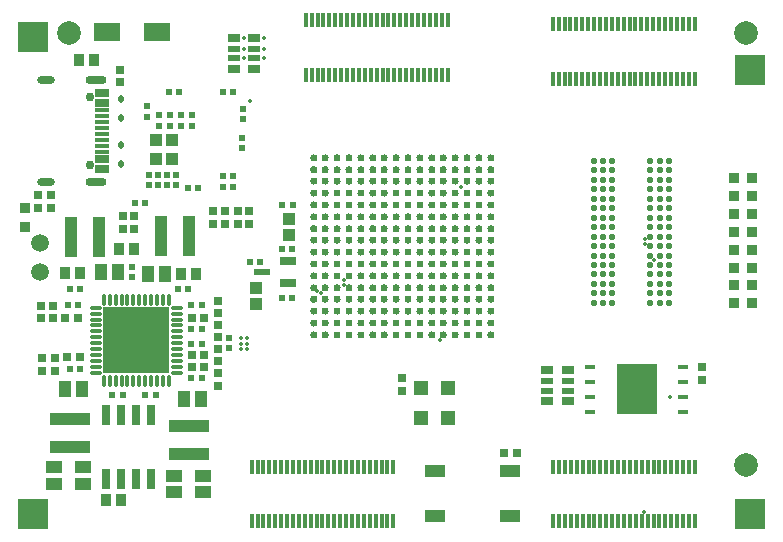
<source format=gts>
G04*
G04 #@! TF.GenerationSoftware,Altium Limited,Altium Designer,21.4.1 (30)*
G04*
G04 Layer_Color=8388736*
%FSLAX25Y25*%
%MOIN*%
G70*
G04*
G04 #@! TF.SameCoordinates,690C2B1C-B9AF-4ECE-B77D-8E73C62371D7*
G04*
G04*
G04 #@! TF.FilePolarity,Negative*
G04*
G01*
G75*
%ADD20C,0.00000*%
%ADD21R,0.01581X0.05124*%
%ADD22R,0.02762X0.06502*%
%ADD23R,0.03353X0.04337*%
%ADD24R,0.13786X0.04258*%
%ADD25R,0.05715X0.04140*%
%ADD26R,0.06699X0.04337*%
%ADD27R,0.03353X0.03943*%
G04:AMPARAMS|DCode=28|XSize=25.26mil|YSize=19.75mil|CornerRadius=5.94mil|HoleSize=0mil|Usage=FLASHONLY|Rotation=90.000|XOffset=0mil|YOffset=0mil|HoleType=Round|Shape=RoundedRectangle|*
%AMROUNDEDRECTD28*
21,1,0.02526,0.00787,0,0,90.0*
21,1,0.01339,0.01975,0,0,90.0*
1,1,0.01187,0.00394,0.00669*
1,1,0.01187,0.00394,-0.00669*
1,1,0.01187,-0.00394,-0.00669*
1,1,0.01187,-0.00394,0.00669*
%
%ADD28ROUNDEDRECTD28*%
%ADD29R,0.03550X0.03550*%
%ADD30R,0.04337X0.03943*%
%ADD31R,0.04258X0.13786*%
%ADD32R,0.08746X0.06306*%
%ADD33R,0.13600X0.17100*%
%ADD34R,0.03400X0.01700*%
%ADD35C,0.02368*%
%ADD36R,0.05600X0.02400*%
%ADD37R,0.05600X0.02600*%
G04:AMPARAMS|DCode=38|XSize=37.86mil|YSize=14.63mil|CornerRadius=3.33mil|HoleSize=0mil|Usage=FLASHONLY|Rotation=0.000|XOffset=0mil|YOffset=0mil|HoleType=Round|Shape=RoundedRectangle|*
%AMROUNDEDRECTD38*
21,1,0.03786,0.00797,0,0,0.0*
21,1,0.03120,0.01463,0,0,0.0*
1,1,0.00666,0.01560,-0.00399*
1,1,0.00666,-0.01560,-0.00399*
1,1,0.00666,-0.01560,0.00399*
1,1,0.00666,0.01560,0.00399*
%
%ADD38ROUNDEDRECTD38*%
G04:AMPARAMS|DCode=39|XSize=37.86mil|YSize=14.63mil|CornerRadius=3.33mil|HoleSize=0mil|Usage=FLASHONLY|Rotation=270.000|XOffset=0mil|YOffset=0mil|HoleType=Round|Shape=RoundedRectangle|*
%AMROUNDEDRECTD39*
21,1,0.03786,0.00797,0,0,270.0*
21,1,0.03120,0.01463,0,0,270.0*
1,1,0.00666,-0.00399,-0.01560*
1,1,0.00666,-0.00399,0.01560*
1,1,0.00666,0.00399,0.01560*
1,1,0.00666,0.00399,-0.01560*
%
%ADD39ROUNDEDRECTD39*%
%ADD40R,0.22447X0.22447*%
%ADD41C,0.01378*%
%ADD42R,0.04888X0.01581*%
%ADD43R,0.04888X0.02762*%
%ADD44R,0.02762X0.02762*%
%ADD45R,0.04731X0.05124*%
%ADD46C,0.02093*%
%ADD47R,0.04061X0.03077*%
%ADD48R,0.04061X0.02290*%
%ADD49R,0.02447X0.02447*%
%ADD50R,0.02762X0.02762*%
%ADD51R,0.03943X0.04337*%
%ADD52R,0.03550X0.03550*%
%ADD53R,0.02447X0.02447*%
%ADD54R,0.04140X0.05715*%
%ADD55R,0.09843X0.09843*%
%ADD56C,0.02959*%
%ADD57O,0.05912X0.02762*%
%ADD58O,0.07093X0.02762*%
%ADD59C,0.07874*%
%ADD60C,0.05906*%
%ADD61C,0.01384*%
D20*
X102845Y126934D02*
G03*
X102845Y126934I-984J0D01*
G01*
X106782D02*
G03*
X106782Y126934I-984J0D01*
G01*
X110719D02*
G03*
X110719Y126934I-984J0D01*
G01*
X114656D02*
G03*
X114656Y126934I-984J0D01*
G01*
X118593D02*
G03*
X118593Y126934I-984J0D01*
G01*
X122530D02*
G03*
X122530Y126934I-984J0D01*
G01*
X126468D02*
G03*
X126468Y126934I-984J0D01*
G01*
X130404D02*
G03*
X130404Y126934I-984J0D01*
G01*
X134342D02*
G03*
X134342Y126934I-984J0D01*
G01*
X138278D02*
G03*
X138278Y126934I-984J0D01*
G01*
X142216D02*
G03*
X142216Y126934I-984J0D01*
G01*
X146152D02*
G03*
X146152Y126934I-984J0D01*
G01*
X150090D02*
G03*
X150090Y126934I-984J0D01*
G01*
X154026D02*
G03*
X154026Y126934I-984J0D01*
G01*
X157964D02*
G03*
X157964Y126934I-984J0D01*
G01*
X161900D02*
G03*
X161900Y126934I-984J0D01*
G01*
X102845Y122996D02*
G03*
X102845Y122996I-984J0D01*
G01*
X106782D02*
G03*
X106782Y122996I-984J0D01*
G01*
X110719D02*
G03*
X110719Y122996I-984J0D01*
G01*
X114656D02*
G03*
X114656Y122996I-984J0D01*
G01*
X118593D02*
G03*
X118593Y122996I-984J0D01*
G01*
X122530D02*
G03*
X122530Y122996I-984J0D01*
G01*
X126468D02*
G03*
X126468Y122996I-984J0D01*
G01*
X130404D02*
G03*
X130404Y122996I-984J0D01*
G01*
X134342D02*
G03*
X134342Y122996I-984J0D01*
G01*
X138278D02*
G03*
X138278Y122996I-984J0D01*
G01*
X142216D02*
G03*
X142216Y122996I-984J0D01*
G01*
X146152D02*
G03*
X146152Y122996I-984J0D01*
G01*
X150090D02*
G03*
X150090Y122996I-984J0D01*
G01*
X154026D02*
G03*
X154026Y122996I-984J0D01*
G01*
X157964D02*
G03*
X157964Y122996I-984J0D01*
G01*
X161900D02*
G03*
X161900Y122996I-984J0D01*
G01*
X102845Y119060D02*
G03*
X102845Y119060I-984J0D01*
G01*
X106782D02*
G03*
X106782Y119060I-984J0D01*
G01*
X110719D02*
G03*
X110719Y119060I-984J0D01*
G01*
X114656D02*
G03*
X114656Y119060I-984J0D01*
G01*
X118593D02*
G03*
X118593Y119060I-984J0D01*
G01*
X122530D02*
G03*
X122530Y119060I-984J0D01*
G01*
X126468D02*
G03*
X126468Y119060I-984J0D01*
G01*
X130404D02*
G03*
X130404Y119060I-984J0D01*
G01*
X134342D02*
G03*
X134342Y119060I-984J0D01*
G01*
X138278D02*
G03*
X138278Y119060I-984J0D01*
G01*
X142216D02*
G03*
X142216Y119060I-984J0D01*
G01*
X146152D02*
G03*
X146152Y119060I-984J0D01*
G01*
X150090D02*
G03*
X150090Y119060I-984J0D01*
G01*
X154026D02*
G03*
X154026Y119060I-984J0D01*
G01*
X157964D02*
G03*
X157964Y119060I-984J0D01*
G01*
X161900D02*
G03*
X161900Y119060I-984J0D01*
G01*
X102845Y115122D02*
G03*
X102845Y115122I-984J0D01*
G01*
X106782D02*
G03*
X106782Y115122I-984J0D01*
G01*
X110719D02*
G03*
X110719Y115122I-984J0D01*
G01*
X114656D02*
G03*
X114656Y115122I-984J0D01*
G01*
X118593D02*
G03*
X118593Y115122I-984J0D01*
G01*
X122530D02*
G03*
X122530Y115122I-984J0D01*
G01*
X126468D02*
G03*
X126468Y115122I-984J0D01*
G01*
X130404D02*
G03*
X130404Y115122I-984J0D01*
G01*
X134342D02*
G03*
X134342Y115122I-984J0D01*
G01*
X138278D02*
G03*
X138278Y115122I-984J0D01*
G01*
X142216D02*
G03*
X142216Y115122I-984J0D01*
G01*
X146152D02*
G03*
X146152Y115122I-984J0D01*
G01*
X150090D02*
G03*
X150090Y115122I-984J0D01*
G01*
X154026D02*
G03*
X154026Y115122I-984J0D01*
G01*
X157964D02*
G03*
X157964Y115122I-984J0D01*
G01*
X161900D02*
G03*
X161900Y115122I-984J0D01*
G01*
X102845Y111185D02*
G03*
X102845Y111185I-984J0D01*
G01*
X106782D02*
G03*
X106782Y111185I-984J0D01*
G01*
X110719D02*
G03*
X110719Y111185I-984J0D01*
G01*
X114656D02*
G03*
X114656Y111185I-984J0D01*
G01*
X118593D02*
G03*
X118593Y111185I-984J0D01*
G01*
X122530D02*
G03*
X122530Y111185I-984J0D01*
G01*
X126468D02*
G03*
X126468Y111185I-984J0D01*
G01*
X130404D02*
G03*
X130404Y111185I-984J0D01*
G01*
X134342D02*
G03*
X134342Y111185I-984J0D01*
G01*
X138278D02*
G03*
X138278Y111185I-984J0D01*
G01*
X142216D02*
G03*
X142216Y111185I-984J0D01*
G01*
X146152D02*
G03*
X146152Y111185I-984J0D01*
G01*
X150090D02*
G03*
X150090Y111185I-984J0D01*
G01*
X154026D02*
G03*
X154026Y111185I-984J0D01*
G01*
X157964D02*
G03*
X157964Y111185I-984J0D01*
G01*
X161900D02*
G03*
X161900Y111185I-984J0D01*
G01*
X102845Y107248D02*
G03*
X102845Y107248I-984J0D01*
G01*
X106782D02*
G03*
X106782Y107248I-984J0D01*
G01*
X110719D02*
G03*
X110719Y107248I-984J0D01*
G01*
X114656D02*
G03*
X114656Y107248I-984J0D01*
G01*
X118593D02*
G03*
X118593Y107248I-984J0D01*
G01*
X122530D02*
G03*
X122530Y107248I-984J0D01*
G01*
X126468D02*
G03*
X126468Y107248I-984J0D01*
G01*
X130404D02*
G03*
X130404Y107248I-984J0D01*
G01*
X134342D02*
G03*
X134342Y107248I-984J0D01*
G01*
X138278D02*
G03*
X138278Y107248I-984J0D01*
G01*
X142216D02*
G03*
X142216Y107248I-984J0D01*
G01*
X146152D02*
G03*
X146152Y107248I-984J0D01*
G01*
X150090D02*
G03*
X150090Y107248I-984J0D01*
G01*
X154026D02*
G03*
X154026Y107248I-984J0D01*
G01*
X157964D02*
G03*
X157964Y107248I-984J0D01*
G01*
X161900D02*
G03*
X161900Y107248I-984J0D01*
G01*
X102845Y103311D02*
G03*
X102845Y103311I-984J0D01*
G01*
X106782D02*
G03*
X106782Y103311I-984J0D01*
G01*
X110719D02*
G03*
X110719Y103311I-984J0D01*
G01*
X114656D02*
G03*
X114656Y103311I-984J0D01*
G01*
X118593D02*
G03*
X118593Y103311I-984J0D01*
G01*
X122530D02*
G03*
X122530Y103311I-984J0D01*
G01*
X126468D02*
G03*
X126468Y103311I-984J0D01*
G01*
X130404D02*
G03*
X130404Y103311I-984J0D01*
G01*
X134342D02*
G03*
X134342Y103311I-984J0D01*
G01*
X138278D02*
G03*
X138278Y103311I-984J0D01*
G01*
X142216D02*
G03*
X142216Y103311I-984J0D01*
G01*
X146152D02*
G03*
X146152Y103311I-984J0D01*
G01*
X150090D02*
G03*
X150090Y103311I-984J0D01*
G01*
X154026D02*
G03*
X154026Y103311I-984J0D01*
G01*
X157964D02*
G03*
X157964Y103311I-984J0D01*
G01*
X161900D02*
G03*
X161900Y103311I-984J0D01*
G01*
X102845Y99374D02*
G03*
X102845Y99374I-984J0D01*
G01*
X106782D02*
G03*
X106782Y99374I-984J0D01*
G01*
X110719D02*
G03*
X110719Y99374I-984J0D01*
G01*
X114656D02*
G03*
X114656Y99374I-984J0D01*
G01*
X118593D02*
G03*
X118593Y99374I-984J0D01*
G01*
X122530D02*
G03*
X122530Y99374I-984J0D01*
G01*
X126468D02*
G03*
X126468Y99374I-984J0D01*
G01*
X130404D02*
G03*
X130404Y99374I-984J0D01*
G01*
X134342D02*
G03*
X134342Y99374I-984J0D01*
G01*
X138278D02*
G03*
X138278Y99374I-984J0D01*
G01*
X142216D02*
G03*
X142216Y99374I-984J0D01*
G01*
X146152D02*
G03*
X146152Y99374I-984J0D01*
G01*
X150090D02*
G03*
X150090Y99374I-984J0D01*
G01*
X154026D02*
G03*
X154026Y99374I-984J0D01*
G01*
X157964D02*
G03*
X157964Y99374I-984J0D01*
G01*
X161900D02*
G03*
X161900Y99374I-984J0D01*
G01*
X102845Y95437D02*
G03*
X102845Y95437I-984J0D01*
G01*
X106782D02*
G03*
X106782Y95437I-984J0D01*
G01*
X110719D02*
G03*
X110719Y95437I-984J0D01*
G01*
X114656D02*
G03*
X114656Y95437I-984J0D01*
G01*
X118593D02*
G03*
X118593Y95437I-984J0D01*
G01*
X122530D02*
G03*
X122530Y95437I-984J0D01*
G01*
X126468D02*
G03*
X126468Y95437I-984J0D01*
G01*
X130404D02*
G03*
X130404Y95437I-984J0D01*
G01*
X134342D02*
G03*
X134342Y95437I-984J0D01*
G01*
X138278D02*
G03*
X138278Y95437I-984J0D01*
G01*
X142216D02*
G03*
X142216Y95437I-984J0D01*
G01*
X146152D02*
G03*
X146152Y95437I-984J0D01*
G01*
X150090D02*
G03*
X150090Y95437I-984J0D01*
G01*
X154026D02*
G03*
X154026Y95437I-984J0D01*
G01*
X157964D02*
G03*
X157964Y95437I-984J0D01*
G01*
X161900D02*
G03*
X161900Y95437I-984J0D01*
G01*
X102845Y91500D02*
G03*
X102845Y91500I-984J0D01*
G01*
X106782D02*
G03*
X106782Y91500I-984J0D01*
G01*
X110719D02*
G03*
X110719Y91500I-984J0D01*
G01*
X114656D02*
G03*
X114656Y91500I-984J0D01*
G01*
X118593D02*
G03*
X118593Y91500I-984J0D01*
G01*
X122530D02*
G03*
X122530Y91500I-984J0D01*
G01*
X126468D02*
G03*
X126468Y91500I-984J0D01*
G01*
X130404D02*
G03*
X130404Y91500I-984J0D01*
G01*
X134342D02*
G03*
X134342Y91500I-984J0D01*
G01*
X138278D02*
G03*
X138278Y91500I-984J0D01*
G01*
X142216D02*
G03*
X142216Y91500I-984J0D01*
G01*
X146152D02*
G03*
X146152Y91500I-984J0D01*
G01*
X150090D02*
G03*
X150090Y91500I-984J0D01*
G01*
X154026D02*
G03*
X154026Y91500I-984J0D01*
G01*
X157964D02*
G03*
X157964Y91500I-984J0D01*
G01*
X161900D02*
G03*
X161900Y91500I-984J0D01*
G01*
X102845Y87563D02*
G03*
X102845Y87563I-984J0D01*
G01*
X106782D02*
G03*
X106782Y87563I-984J0D01*
G01*
X110719D02*
G03*
X110719Y87563I-984J0D01*
G01*
X114656D02*
G03*
X114656Y87563I-984J0D01*
G01*
X118593D02*
G03*
X118593Y87563I-984J0D01*
G01*
X122530D02*
G03*
X122530Y87563I-984J0D01*
G01*
X126468D02*
G03*
X126468Y87563I-984J0D01*
G01*
X130404D02*
G03*
X130404Y87563I-984J0D01*
G01*
X134342D02*
G03*
X134342Y87563I-984J0D01*
G01*
X138278D02*
G03*
X138278Y87563I-984J0D01*
G01*
X142216D02*
G03*
X142216Y87563I-984J0D01*
G01*
X146152D02*
G03*
X146152Y87563I-984J0D01*
G01*
X150090D02*
G03*
X150090Y87563I-984J0D01*
G01*
X154026D02*
G03*
X154026Y87563I-984J0D01*
G01*
X157964D02*
G03*
X157964Y87563I-984J0D01*
G01*
X161900D02*
G03*
X161900Y87563I-984J0D01*
G01*
X102845Y83626D02*
G03*
X102845Y83626I-984J0D01*
G01*
X106782D02*
G03*
X106782Y83626I-984J0D01*
G01*
X110719D02*
G03*
X110719Y83626I-984J0D01*
G01*
X114656D02*
G03*
X114656Y83626I-984J0D01*
G01*
X118593D02*
G03*
X118593Y83626I-984J0D01*
G01*
X122530D02*
G03*
X122530Y83626I-984J0D01*
G01*
X126468D02*
G03*
X126468Y83626I-984J0D01*
G01*
X130404D02*
G03*
X130404Y83626I-984J0D01*
G01*
X134342D02*
G03*
X134342Y83626I-984J0D01*
G01*
X138278D02*
G03*
X138278Y83626I-984J0D01*
G01*
X142216D02*
G03*
X142216Y83626I-984J0D01*
G01*
X146152D02*
G03*
X146152Y83626I-984J0D01*
G01*
X150090D02*
G03*
X150090Y83626I-984J0D01*
G01*
X154026D02*
G03*
X154026Y83626I-984J0D01*
G01*
X157964D02*
G03*
X157964Y83626I-984J0D01*
G01*
X161900D02*
G03*
X161900Y83626I-984J0D01*
G01*
X102845Y79689D02*
G03*
X102845Y79689I-984J0D01*
G01*
X106782D02*
G03*
X106782Y79689I-984J0D01*
G01*
X110719D02*
G03*
X110719Y79689I-984J0D01*
G01*
X114656D02*
G03*
X114656Y79689I-984J0D01*
G01*
X118593D02*
G03*
X118593Y79689I-984J0D01*
G01*
X122530D02*
G03*
X122530Y79689I-984J0D01*
G01*
X126468D02*
G03*
X126468Y79689I-984J0D01*
G01*
X130404D02*
G03*
X130404Y79689I-984J0D01*
G01*
X134342D02*
G03*
X134342Y79689I-984J0D01*
G01*
X138278D02*
G03*
X138278Y79689I-984J0D01*
G01*
X142216D02*
G03*
X142216Y79689I-984J0D01*
G01*
X146152D02*
G03*
X146152Y79689I-984J0D01*
G01*
X150090D02*
G03*
X150090Y79689I-984J0D01*
G01*
X154026D02*
G03*
X154026Y79689I-984J0D01*
G01*
X157964D02*
G03*
X157964Y79689I-984J0D01*
G01*
X161900D02*
G03*
X161900Y79689I-984J0D01*
G01*
X102845Y75752D02*
G03*
X102845Y75752I-984J0D01*
G01*
X106782D02*
G03*
X106782Y75752I-984J0D01*
G01*
X110719D02*
G03*
X110719Y75752I-984J0D01*
G01*
X114656D02*
G03*
X114656Y75752I-984J0D01*
G01*
X118593D02*
G03*
X118593Y75752I-984J0D01*
G01*
X122530D02*
G03*
X122530Y75752I-984J0D01*
G01*
X126468D02*
G03*
X126468Y75752I-984J0D01*
G01*
X130404D02*
G03*
X130404Y75752I-984J0D01*
G01*
X134342D02*
G03*
X134342Y75752I-984J0D01*
G01*
X138278D02*
G03*
X138278Y75752I-984J0D01*
G01*
X142216D02*
G03*
X142216Y75752I-984J0D01*
G01*
X146152D02*
G03*
X146152Y75752I-984J0D01*
G01*
X150090D02*
G03*
X150090Y75752I-984J0D01*
G01*
X154026D02*
G03*
X154026Y75752I-984J0D01*
G01*
X157964D02*
G03*
X157964Y75752I-984J0D01*
G01*
X161900D02*
G03*
X161900Y75752I-984J0D01*
G01*
X102845Y71815D02*
G03*
X102845Y71815I-984J0D01*
G01*
X106782D02*
G03*
X106782Y71815I-984J0D01*
G01*
X110719D02*
G03*
X110719Y71815I-984J0D01*
G01*
X114656D02*
G03*
X114656Y71815I-984J0D01*
G01*
X118593D02*
G03*
X118593Y71815I-984J0D01*
G01*
X122530D02*
G03*
X122530Y71815I-984J0D01*
G01*
X126468D02*
G03*
X126468Y71815I-984J0D01*
G01*
X130404D02*
G03*
X130404Y71815I-984J0D01*
G01*
X134342D02*
G03*
X134342Y71815I-984J0D01*
G01*
X138278D02*
G03*
X138278Y71815I-984J0D01*
G01*
X142216D02*
G03*
X142216Y71815I-984J0D01*
G01*
X146152D02*
G03*
X146152Y71815I-984J0D01*
G01*
X150090D02*
G03*
X150090Y71815I-984J0D01*
G01*
X154026D02*
G03*
X154026Y71815I-984J0D01*
G01*
X157964D02*
G03*
X157964Y71815I-984J0D01*
G01*
X161900D02*
G03*
X161900Y71815I-984J0D01*
G01*
X102845Y67878D02*
G03*
X102845Y67878I-984J0D01*
G01*
X106782D02*
G03*
X106782Y67878I-984J0D01*
G01*
X110719D02*
G03*
X110719Y67878I-984J0D01*
G01*
X114656D02*
G03*
X114656Y67878I-984J0D01*
G01*
X118593D02*
G03*
X118593Y67878I-984J0D01*
G01*
X122530D02*
G03*
X122530Y67878I-984J0D01*
G01*
X126468D02*
G03*
X126468Y67878I-984J0D01*
G01*
X130404D02*
G03*
X130404Y67878I-984J0D01*
G01*
X134342D02*
G03*
X134342Y67878I-984J0D01*
G01*
X138278D02*
G03*
X138278Y67878I-984J0D01*
G01*
X142216D02*
G03*
X142216Y67878I-984J0D01*
G01*
X146152D02*
G03*
X146152Y67878I-984J0D01*
G01*
X150090D02*
G03*
X150090Y67878I-984J0D01*
G01*
X154026D02*
G03*
X154026Y67878I-984J0D01*
G01*
X157964D02*
G03*
X157964Y67878I-984J0D01*
G01*
X161900D02*
G03*
X161900Y67878I-984J0D01*
G01*
D21*
X108785Y5745D02*
D03*
X106816D02*
D03*
X102879D02*
D03*
X100911D02*
D03*
X102879Y23855D02*
D03*
X100911D02*
D03*
X96974Y5745D02*
D03*
X95005D02*
D03*
X96974Y23855D02*
D03*
X95005D02*
D03*
X91068Y5745D02*
D03*
X89100D02*
D03*
X91068Y23855D02*
D03*
X89100D02*
D03*
X124533Y5745D02*
D03*
X83194D02*
D03*
X85163D02*
D03*
X126501D02*
D03*
X83194Y23855D02*
D03*
X85163D02*
D03*
X124533D02*
D03*
X112722Y5745D02*
D03*
X114690D02*
D03*
X118627D02*
D03*
X126501Y23855D02*
D03*
X112722D02*
D03*
X114690D02*
D03*
X120596Y5745D02*
D03*
X118627Y23855D02*
D03*
X120596D02*
D03*
X106816D02*
D03*
X108785D02*
D03*
X81226D02*
D03*
Y5745D02*
D03*
X93037D02*
D03*
X104848D02*
D03*
Y23855D02*
D03*
X116659Y5745D02*
D03*
Y23855D02*
D03*
X93037D02*
D03*
X128470Y5745D02*
D03*
Y23855D02*
D03*
X87131Y5745D02*
D03*
X110753D02*
D03*
X98942D02*
D03*
X87131Y23855D02*
D03*
X98942D02*
D03*
X110753D02*
D03*
X122564D02*
D03*
Y5745D02*
D03*
X228975Y23810D02*
D03*
X228859Y171400D02*
D03*
Y153290D02*
D03*
X215079Y171400D02*
D03*
X203268D02*
D03*
X201300D02*
D03*
X195394D02*
D03*
X207205D02*
D03*
X189489D02*
D03*
X203268Y153290D02*
D03*
X191457D02*
D03*
X195394D02*
D03*
X201300D02*
D03*
X213111D02*
D03*
X215079D02*
D03*
X209174D02*
D03*
X213111Y171400D02*
D03*
X220985D02*
D03*
X226890D02*
D03*
X220985Y153290D02*
D03*
X226890D02*
D03*
X209174Y171400D02*
D03*
X217048Y153290D02*
D03*
X193426D02*
D03*
X205237D02*
D03*
X181615D02*
D03*
Y171400D02*
D03*
X193426D02*
D03*
X205237D02*
D03*
X217048D02*
D03*
X197363D02*
D03*
X207205Y153290D02*
D03*
X189489D02*
D03*
X197363D02*
D03*
X183583Y171400D02*
D03*
X187520Y153290D02*
D03*
Y171400D02*
D03*
X199331Y153290D02*
D03*
X211142D02*
D03*
X199331Y171400D02*
D03*
X211142D02*
D03*
X222953Y153290D02*
D03*
Y171400D02*
D03*
X219016D02*
D03*
X224922D02*
D03*
X219016Y153290D02*
D03*
X224922D02*
D03*
X191457Y171400D02*
D03*
X185552D02*
D03*
X183583Y153290D02*
D03*
X185552D02*
D03*
X140622Y172700D02*
D03*
X128811D02*
D03*
X140622Y154590D02*
D03*
X128811D02*
D03*
X223070Y23810D02*
D03*
X211259D02*
D03*
X223070Y5700D02*
D03*
X211259D02*
D03*
X199448Y23810D02*
D03*
X187637D02*
D03*
Y5700D02*
D03*
X199448D02*
D03*
X117000Y172700D02*
D03*
X105189D02*
D03*
X117000Y154590D02*
D03*
X105189D02*
D03*
X134716D02*
D03*
Y172700D02*
D03*
X217164Y23810D02*
D03*
X205353D02*
D03*
X193542D02*
D03*
X228975Y5700D02*
D03*
X217164D02*
D03*
X205353D02*
D03*
X193542D02*
D03*
X122905Y172700D02*
D03*
Y154590D02*
D03*
X111094Y172700D02*
D03*
X99283D02*
D03*
X111094Y154590D02*
D03*
X99283D02*
D03*
X181731Y5700D02*
D03*
Y23810D02*
D03*
X146527Y154590D02*
D03*
Y172700D02*
D03*
X124874D02*
D03*
X136685D02*
D03*
Y154590D02*
D03*
X138653D02*
D03*
X142590D02*
D03*
X118968D02*
D03*
X126842Y172700D02*
D03*
X138653D02*
D03*
X142590D02*
D03*
X144559D02*
D03*
Y154590D02*
D03*
X120937D02*
D03*
X124874D02*
D03*
X126842D02*
D03*
X113063Y172700D02*
D03*
X130779Y154590D02*
D03*
X132748D02*
D03*
X118968Y172700D02*
D03*
X113063Y154590D02*
D03*
X115031Y172700D02*
D03*
X130779D02*
D03*
X132748D02*
D03*
X101252Y154590D02*
D03*
X120937Y172700D02*
D03*
X115031Y154590D02*
D03*
X107157D02*
D03*
X103220D02*
D03*
X107157Y172700D02*
D03*
X109126D02*
D03*
Y154590D02*
D03*
X101252Y172700D02*
D03*
X103220D02*
D03*
X225038Y5700D02*
D03*
X213227Y23810D02*
D03*
X225038D02*
D03*
X183700Y5700D02*
D03*
X215196Y23810D02*
D03*
X207322Y5700D02*
D03*
X195511Y23810D02*
D03*
X197479D02*
D03*
X189605Y5700D02*
D03*
X213227D02*
D03*
X209290D02*
D03*
X195511D02*
D03*
X197479D02*
D03*
X191574D02*
D03*
X185668D02*
D03*
X227007D02*
D03*
X215196D02*
D03*
X207322Y23810D02*
D03*
X209290D02*
D03*
X201416D02*
D03*
Y5700D02*
D03*
X183700Y23810D02*
D03*
X185668D02*
D03*
X227007D02*
D03*
X219133D02*
D03*
X221101D02*
D03*
X219133Y5700D02*
D03*
X221101D02*
D03*
X203385Y23810D02*
D03*
Y5700D02*
D03*
X189605Y23810D02*
D03*
X191574D02*
D03*
D22*
X47600Y41200D02*
D03*
X42600D02*
D03*
X37600D02*
D03*
X32600D02*
D03*
X47600Y19940D02*
D03*
X42600D02*
D03*
X37600D02*
D03*
X32600D02*
D03*
D23*
X32739Y12900D02*
D03*
X37660D02*
D03*
X28760Y159600D02*
D03*
X23839D02*
D03*
D24*
X20600Y30400D02*
D03*
Y39731D02*
D03*
X60300Y28035D02*
D03*
Y37365D02*
D03*
D25*
X24900Y18244D02*
D03*
Y23756D02*
D03*
X15400Y23800D02*
D03*
Y18288D02*
D03*
X55200Y20956D02*
D03*
Y15444D02*
D03*
X65100Y20956D02*
D03*
Y15444D02*
D03*
D26*
X167498Y7420D02*
D03*
X142301D02*
D03*
X167498Y22380D02*
D03*
X142301D02*
D03*
D27*
X37139Y96600D02*
D03*
X42060D02*
D03*
X19039Y88400D02*
D03*
X23960D02*
D03*
X62721Y88200D02*
D03*
X57800D02*
D03*
D28*
X37700Y140300D02*
D03*
Y146442D02*
D03*
Y124958D02*
D03*
Y131100D02*
D03*
D29*
X241865Y120032D02*
D03*
X248164D02*
D03*
Y114089D02*
D03*
X241865D02*
D03*
X248164Y108146D02*
D03*
X241865D02*
D03*
X248164Y102203D02*
D03*
X241865D02*
D03*
X248164Y96260D02*
D03*
X241865D02*
D03*
X248164Y90318D02*
D03*
X241865D02*
D03*
X248164Y84375D02*
D03*
X241865D02*
D03*
X248164Y78432D02*
D03*
X241865D02*
D03*
D30*
X82700Y83557D02*
D03*
Y78242D02*
D03*
X93700Y106357D02*
D03*
Y101042D02*
D03*
D31*
X60365Y100800D02*
D03*
X51034D02*
D03*
X30500Y100626D02*
D03*
X21169D02*
D03*
D32*
X32900Y168900D02*
D03*
X49553D02*
D03*
D33*
X209550Y49800D02*
D03*
D34*
X225000Y57300D02*
D03*
Y52300D02*
D03*
Y47300D02*
D03*
Y42300D02*
D03*
X194100D02*
D03*
Y47300D02*
D03*
Y52300D02*
D03*
Y57300D02*
D03*
D35*
X101861Y126934D02*
D03*
X105798D02*
D03*
X109735D02*
D03*
X113672D02*
D03*
X117609D02*
D03*
X121546D02*
D03*
X125483D02*
D03*
X129420D02*
D03*
X133357D02*
D03*
X137294D02*
D03*
X141231D02*
D03*
X145168D02*
D03*
X149105D02*
D03*
X153042D02*
D03*
X156979D02*
D03*
X160916D02*
D03*
X101861Y122996D02*
D03*
X105798D02*
D03*
X109735D02*
D03*
X113672D02*
D03*
X117609D02*
D03*
X121546D02*
D03*
X125483D02*
D03*
X129420D02*
D03*
X133357D02*
D03*
X137294D02*
D03*
X141231D02*
D03*
X145168D02*
D03*
X149105D02*
D03*
X153042D02*
D03*
X156979D02*
D03*
X160916D02*
D03*
X101861Y119060D02*
D03*
X105798D02*
D03*
X109735D02*
D03*
X113672D02*
D03*
X117609D02*
D03*
X121546D02*
D03*
X125483D02*
D03*
X129420D02*
D03*
X133357D02*
D03*
X137294D02*
D03*
X141231D02*
D03*
X145168D02*
D03*
X149105D02*
D03*
X153042D02*
D03*
X156979D02*
D03*
X160916D02*
D03*
X101861Y115122D02*
D03*
X105798D02*
D03*
X109735D02*
D03*
X113672D02*
D03*
X117609D02*
D03*
X121546D02*
D03*
X125483D02*
D03*
X129420D02*
D03*
X133357D02*
D03*
X137294D02*
D03*
X141231D02*
D03*
X145168D02*
D03*
X149105D02*
D03*
X153042D02*
D03*
X156979D02*
D03*
X160916D02*
D03*
X101861Y111185D02*
D03*
X105798D02*
D03*
X109735D02*
D03*
X113672D02*
D03*
X117609D02*
D03*
X121546D02*
D03*
X125483D02*
D03*
X129420D02*
D03*
X133357D02*
D03*
X137294D02*
D03*
X141231D02*
D03*
X145168D02*
D03*
X149105D02*
D03*
X153042D02*
D03*
X156979D02*
D03*
X160916D02*
D03*
X101861Y107248D02*
D03*
X105798D02*
D03*
X109735D02*
D03*
X113672D02*
D03*
X117609D02*
D03*
X121546D02*
D03*
X125483D02*
D03*
X129420D02*
D03*
X133357D02*
D03*
X137294D02*
D03*
X141231D02*
D03*
X145168D02*
D03*
X149105D02*
D03*
X153042D02*
D03*
X156979D02*
D03*
X160916D02*
D03*
X101861Y103311D02*
D03*
X105798D02*
D03*
X109735D02*
D03*
X113672D02*
D03*
X117609D02*
D03*
X121546D02*
D03*
X125483D02*
D03*
X129420D02*
D03*
X133357D02*
D03*
X137294D02*
D03*
X141231D02*
D03*
X145168D02*
D03*
X149105D02*
D03*
X153042D02*
D03*
X156979D02*
D03*
X160916D02*
D03*
X101861Y99374D02*
D03*
X105798D02*
D03*
X109735D02*
D03*
X113672D02*
D03*
X117609D02*
D03*
X121546D02*
D03*
X125483D02*
D03*
X129420D02*
D03*
X133357D02*
D03*
X137294D02*
D03*
X141231D02*
D03*
X145168D02*
D03*
X149105D02*
D03*
X153042D02*
D03*
X156979D02*
D03*
X160916D02*
D03*
X101861Y95437D02*
D03*
X105798D02*
D03*
X109735D02*
D03*
X113672D02*
D03*
X117609D02*
D03*
X121546D02*
D03*
X125483D02*
D03*
X129420D02*
D03*
X133357D02*
D03*
X137294D02*
D03*
X141231D02*
D03*
X145168D02*
D03*
X149105D02*
D03*
X153042D02*
D03*
X156979D02*
D03*
X160916D02*
D03*
X101861Y91500D02*
D03*
X105798D02*
D03*
X109735D02*
D03*
X113672D02*
D03*
X117609D02*
D03*
X121546D02*
D03*
X125483D02*
D03*
X129420D02*
D03*
X133357D02*
D03*
X137294D02*
D03*
X141231D02*
D03*
X145168D02*
D03*
X149105D02*
D03*
X153042D02*
D03*
X156979D02*
D03*
X160916D02*
D03*
X101861Y87563D02*
D03*
X105798D02*
D03*
X109735D02*
D03*
X113672D02*
D03*
X117609D02*
D03*
X121546D02*
D03*
X125483D02*
D03*
X129420D02*
D03*
X133357D02*
D03*
X137294D02*
D03*
X141231D02*
D03*
X145168D02*
D03*
X149105D02*
D03*
X153042D02*
D03*
X156979D02*
D03*
X160916D02*
D03*
X101861Y83626D02*
D03*
X105798D02*
D03*
X109735D02*
D03*
X113672D02*
D03*
X117609D02*
D03*
X121546D02*
D03*
X125483D02*
D03*
X129420D02*
D03*
X133357D02*
D03*
X137294D02*
D03*
X141231D02*
D03*
X145168D02*
D03*
X149105D02*
D03*
X153042D02*
D03*
X156979D02*
D03*
X160916D02*
D03*
X101861Y79689D02*
D03*
X105798D02*
D03*
X109735D02*
D03*
X113672D02*
D03*
X117609D02*
D03*
X121546D02*
D03*
X125483D02*
D03*
X129420D02*
D03*
X133357D02*
D03*
X137294D02*
D03*
X141231D02*
D03*
X145168D02*
D03*
X149105D02*
D03*
X153042D02*
D03*
X156979D02*
D03*
X160916D02*
D03*
X101861Y75752D02*
D03*
X105798D02*
D03*
X109735D02*
D03*
X113672D02*
D03*
X117609D02*
D03*
X121546D02*
D03*
X125483D02*
D03*
X129420D02*
D03*
X133357D02*
D03*
X137294D02*
D03*
X141231D02*
D03*
X145168D02*
D03*
X149105D02*
D03*
X153042D02*
D03*
X156979D02*
D03*
X160916D02*
D03*
X101861Y71815D02*
D03*
X105798D02*
D03*
X109735D02*
D03*
X113672D02*
D03*
X117609D02*
D03*
X121546D02*
D03*
X125483D02*
D03*
X129420D02*
D03*
X133357D02*
D03*
X137294D02*
D03*
X141231D02*
D03*
X145168D02*
D03*
X149105D02*
D03*
X153042D02*
D03*
X156979D02*
D03*
X160916D02*
D03*
X101861Y67878D02*
D03*
X105798D02*
D03*
X109735D02*
D03*
X113672D02*
D03*
X117609D02*
D03*
X121546D02*
D03*
X125483D02*
D03*
X129420D02*
D03*
X133357D02*
D03*
X137294D02*
D03*
X141231D02*
D03*
X145168D02*
D03*
X149105D02*
D03*
X153042D02*
D03*
X156979D02*
D03*
X160916D02*
D03*
D36*
X84700Y88700D02*
D03*
D37*
X93300Y92400D02*
D03*
Y85000D02*
D03*
D38*
X29276Y76927D02*
D03*
Y74958D02*
D03*
Y72990D02*
D03*
Y71021D02*
D03*
Y69053D02*
D03*
Y67084D02*
D03*
Y65116D02*
D03*
Y63147D02*
D03*
Y61179D02*
D03*
Y59210D02*
D03*
Y57242D02*
D03*
Y55273D02*
D03*
X56323D02*
D03*
Y57242D02*
D03*
Y59210D02*
D03*
Y61179D02*
D03*
Y63147D02*
D03*
Y65116D02*
D03*
Y67084D02*
D03*
Y69053D02*
D03*
Y71021D02*
D03*
Y72990D02*
D03*
Y74958D02*
D03*
Y76927D02*
D03*
D39*
X53627Y79624D02*
D03*
X51658D02*
D03*
X49690D02*
D03*
X47721D02*
D03*
X45753D02*
D03*
X43784D02*
D03*
X41816D02*
D03*
X39847D02*
D03*
X37879D02*
D03*
X35910D02*
D03*
X33942D02*
D03*
X31973D02*
D03*
Y52576D02*
D03*
X33942D02*
D03*
X35910D02*
D03*
X37879D02*
D03*
X39847D02*
D03*
X41816D02*
D03*
X43784D02*
D03*
X45753D02*
D03*
X47721D02*
D03*
X49690D02*
D03*
X51658D02*
D03*
X53627D02*
D03*
D40*
X42800Y66100D02*
D03*
D41*
X79623Y63027D02*
D03*
X77556Y66944D02*
D03*
X79623D02*
D03*
X77556Y63027D02*
D03*
Y64986D02*
D03*
X79623D02*
D03*
D42*
X31512Y128947D02*
D03*
Y130916D02*
D03*
Y132884D02*
D03*
Y134853D02*
D03*
Y136821D02*
D03*
Y138790D02*
D03*
Y140758D02*
D03*
Y142727D02*
D03*
D43*
Y145286D02*
D03*
Y126388D02*
D03*
Y123238D02*
D03*
Y148435D02*
D03*
D44*
X37200Y152000D02*
D03*
Y156200D02*
D03*
X38200Y107362D02*
D03*
Y103162D02*
D03*
X42100Y107362D02*
D03*
Y103162D02*
D03*
X10900Y73391D02*
D03*
Y77591D02*
D03*
X15100Y73400D02*
D03*
Y77600D02*
D03*
X69900Y71257D02*
D03*
Y67057D02*
D03*
Y75100D02*
D03*
Y79300D02*
D03*
X15600Y60162D02*
D03*
Y55962D02*
D03*
X11400Y60162D02*
D03*
Y55962D02*
D03*
X69900Y59000D02*
D03*
Y63200D02*
D03*
Y55100D02*
D03*
Y50900D02*
D03*
X131200Y53400D02*
D03*
Y49200D02*
D03*
X231300Y52800D02*
D03*
Y57000D02*
D03*
X76600Y104800D02*
D03*
Y109000D02*
D03*
X68400Y104800D02*
D03*
Y109000D02*
D03*
X72500Y104800D02*
D03*
Y109000D02*
D03*
X80400Y104800D02*
D03*
Y109000D02*
D03*
D45*
X137600Y40200D02*
D03*
Y50200D02*
D03*
X146655D02*
D03*
Y40200D02*
D03*
D46*
X195222Y125815D02*
D03*
X198372D02*
D03*
X201521D02*
D03*
X214120D02*
D03*
X217269D02*
D03*
X220419D02*
D03*
X195222Y122666D02*
D03*
X198372D02*
D03*
X201521D02*
D03*
X214120D02*
D03*
X217269D02*
D03*
X220419D02*
D03*
X195222Y119516D02*
D03*
X198372D02*
D03*
X201521D02*
D03*
X214120D02*
D03*
X217269D02*
D03*
X220419D02*
D03*
X195222Y116367D02*
D03*
X198372D02*
D03*
X201521D02*
D03*
X214120D02*
D03*
X217269D02*
D03*
X220419D02*
D03*
X195222Y113217D02*
D03*
X198372D02*
D03*
X201521D02*
D03*
X214120D02*
D03*
X217269D02*
D03*
X220419D02*
D03*
X195222Y110067D02*
D03*
X198372D02*
D03*
X201521D02*
D03*
X214120D02*
D03*
X217269D02*
D03*
X220419D02*
D03*
X195222Y106918D02*
D03*
X198372D02*
D03*
X201521D02*
D03*
X214120D02*
D03*
X217269D02*
D03*
X220419D02*
D03*
X195222Y103768D02*
D03*
X198372D02*
D03*
X201521D02*
D03*
X214120D02*
D03*
X217269D02*
D03*
X220419D02*
D03*
X195222Y100618D02*
D03*
X198372D02*
D03*
X201521D02*
D03*
X214120D02*
D03*
X217269D02*
D03*
X220419D02*
D03*
X195222Y97469D02*
D03*
X198372D02*
D03*
X201521D02*
D03*
X214120D02*
D03*
X217269D02*
D03*
X220419D02*
D03*
X195222Y94319D02*
D03*
X198372D02*
D03*
X201521D02*
D03*
X214120D02*
D03*
X217269D02*
D03*
X220419D02*
D03*
X195222Y91170D02*
D03*
X198372D02*
D03*
X201521D02*
D03*
X214120D02*
D03*
X217269D02*
D03*
X220419D02*
D03*
X195222Y88020D02*
D03*
X198372D02*
D03*
X201521D02*
D03*
X214120D02*
D03*
X217269D02*
D03*
X220419D02*
D03*
X195222Y84870D02*
D03*
X198372D02*
D03*
X201521D02*
D03*
X214120D02*
D03*
X217269D02*
D03*
X220419D02*
D03*
X195222Y81721D02*
D03*
X198372D02*
D03*
X201521D02*
D03*
X214120D02*
D03*
X217269D02*
D03*
X220419D02*
D03*
X195222Y78571D02*
D03*
X198372D02*
D03*
X201521D02*
D03*
X214120D02*
D03*
X217269D02*
D03*
X220419D02*
D03*
D47*
X75275Y166860D02*
D03*
Y156624D02*
D03*
X82125D02*
D03*
Y166860D02*
D03*
X186550Y56000D02*
D03*
Y45764D02*
D03*
X179700D02*
D03*
Y56000D02*
D03*
D48*
X75275Y163317D02*
D03*
Y160167D02*
D03*
X82125D02*
D03*
Y163317D02*
D03*
X186550Y52457D02*
D03*
Y49307D02*
D03*
X179700D02*
D03*
Y52457D02*
D03*
D49*
X71667Y120800D02*
D03*
X75132D02*
D03*
X61067Y69700D02*
D03*
X64532D02*
D03*
X61067Y64900D02*
D03*
X64532D02*
D03*
X19967Y77800D02*
D03*
X23432D02*
D03*
X20636Y83000D02*
D03*
X24101D02*
D03*
X64532Y77800D02*
D03*
X61067D02*
D03*
X60132Y83000D02*
D03*
X56668D02*
D03*
X20667Y56400D02*
D03*
X24132D02*
D03*
X34767Y47900D02*
D03*
X38232D02*
D03*
X64532Y53400D02*
D03*
X61067D02*
D03*
X49232Y47800D02*
D03*
X45768D02*
D03*
X84132Y92300D02*
D03*
X80668D02*
D03*
X94732Y80000D02*
D03*
X91268D02*
D03*
X94832Y96500D02*
D03*
X91368D02*
D03*
X94932Y111000D02*
D03*
X91467D02*
D03*
X75132Y117000D02*
D03*
X71667D02*
D03*
X45834Y111901D02*
D03*
X42369D02*
D03*
X75132Y148900D02*
D03*
X71667D02*
D03*
X53667D02*
D03*
X57132D02*
D03*
X63432Y116900D02*
D03*
X59967D02*
D03*
D50*
X169600Y28400D02*
D03*
X165400D02*
D03*
X65400Y61100D02*
D03*
X61200D02*
D03*
X19100Y73400D02*
D03*
X23300D02*
D03*
X65400Y73500D02*
D03*
X61200D02*
D03*
X19800Y60339D02*
D03*
X24000D02*
D03*
X65400Y57200D02*
D03*
X61200D02*
D03*
X14200Y110200D02*
D03*
X10000D02*
D03*
X14200Y114500D02*
D03*
X10000D02*
D03*
D51*
X54715Y132700D02*
D03*
X49400D02*
D03*
X54715Y126400D02*
D03*
X49400D02*
D03*
D52*
X5800Y103950D02*
D03*
Y110249D02*
D03*
D53*
X73700Y66832D02*
D03*
Y63368D02*
D03*
X41500Y87168D02*
D03*
Y90632D02*
D03*
X46500Y140568D02*
D03*
Y144032D02*
D03*
X78300Y139868D02*
D03*
Y143332D02*
D03*
X78000Y130068D02*
D03*
Y133532D02*
D03*
X50400Y137568D02*
D03*
Y141032D02*
D03*
X54100Y137568D02*
D03*
Y141032D02*
D03*
X61500Y137568D02*
D03*
Y141032D02*
D03*
X57800Y137568D02*
D03*
Y141032D02*
D03*
X50076Y121265D02*
D03*
Y117800D02*
D03*
X53076Y121265D02*
D03*
Y117800D02*
D03*
X47076Y121265D02*
D03*
Y117800D02*
D03*
X56176Y121265D02*
D03*
Y117800D02*
D03*
D54*
X36656Y88800D02*
D03*
X31144D02*
D03*
X46744Y88300D02*
D03*
X52256D02*
D03*
X58788Y46600D02*
D03*
X64300D02*
D03*
X24612Y49900D02*
D03*
X19100D02*
D03*
D55*
X8500Y8200D02*
D03*
Y167200D02*
D03*
X247400Y156100D02*
D03*
Y8200D02*
D03*
D56*
X27300Y147215D02*
D03*
Y124459D02*
D03*
D57*
X12812Y118829D02*
D03*
Y152845D02*
D03*
D58*
X29268Y118829D02*
D03*
Y152845D02*
D03*
D59*
X20300Y168400D02*
D03*
X245900D02*
D03*
Y24400D02*
D03*
D60*
X10800Y88800D02*
D03*
Y98400D02*
D03*
D61*
X150900Y117100D02*
D03*
X212300Y99783D02*
D03*
Y98300D02*
D03*
X144000Y66000D02*
D03*
X111961Y86162D02*
D03*
X112061Y84462D02*
D03*
X104508Y81900D02*
D03*
X103092Y82340D02*
D03*
X211945Y8949D02*
D03*
X215200Y92800D02*
D03*
X85500Y160100D02*
D03*
X85425Y163317D02*
D03*
Y166860D02*
D03*
X80800Y145700D02*
D03*
X78575Y166868D02*
D03*
Y163324D02*
D03*
Y160175D02*
D03*
X220600Y47300D02*
D03*
M02*

</source>
